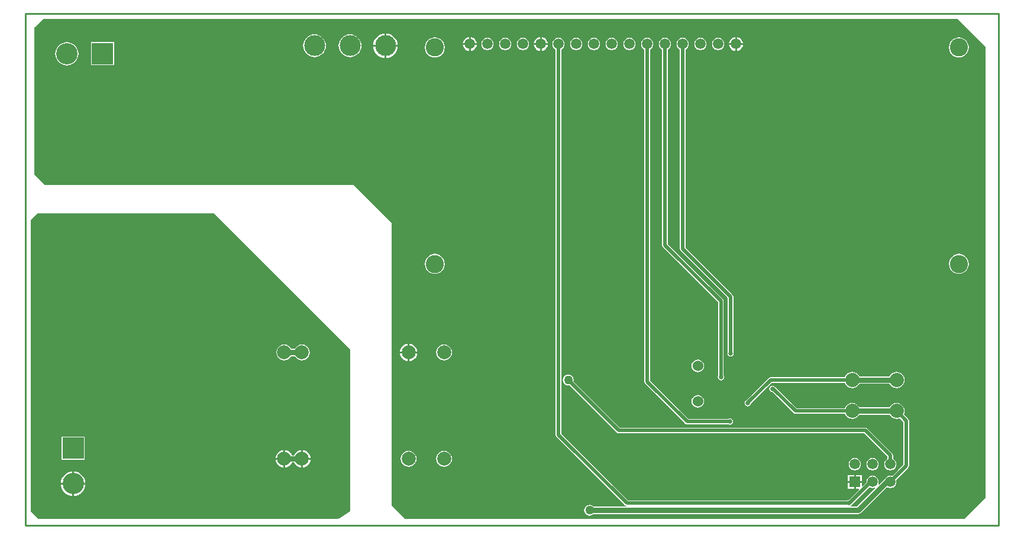
<source format=gbl>
%FSTAX23Y23*%
%MOIN*%
%SFA1B1*%

%IPPOS*%
%ADD25C,0.020000*%
%ADD26C,0.030000*%
%ADD27C,0.003937*%
%ADD28C,0.010000*%
%ADD29C,0.078740*%
%ADD30C,0.059055*%
%ADD31R,0.059055X0.059055*%
%ADD32C,0.060000*%
%ADD33C,0.080000*%
%ADD34C,0.118110*%
%ADD35R,0.120000X0.120000*%
%ADD36C,0.120000*%
%ADD37R,0.120000X0.120000*%
%ADD38C,0.102362*%
%ADD39C,0.025000*%
%ADD40C,0.050000*%
%LNdesafio_hardware_firmware_nathania-1*%
%LPD*%
G36*
X06765Y04965D02*
X0692Y0481D01*
Y02265*
X068Y02145*
X0365*
X03575Y0222*
Y03815*
X0336Y0403*
X0162*
X0156Y0409*
Y0492*
X01565*
X0161Y04965*
X06765*
G37*
G36*
X0334Y03104D02*
Y0219D01*
X0328Y0215*
X03265Y02145*
X01585*
X0154Y0219*
Y0383*
X01545Y03835*
X0158Y0387*
X02575*
X0334Y03104*
G37*
%LNdesafio_hardware_firmware_nathania-2*%
%LPC*%
G36*
X053Y02845D02*
X0529Y02844D01*
X05282Y0284*
X05275Y02834*
X05269Y02827*
X05265Y02819*
X05264Y0281*
X05265Y028*
X05269Y02792*
X05275Y02785*
X05282Y02779*
X0529Y02775*
X053Y02774*
X05309Y02775*
X05317Y02779*
X05324Y02785*
X0533Y02792*
X05334Y028*
X05335Y0281*
X05334Y02819*
X0533Y02827*
X05324Y02834*
X05317Y0284*
X05309Y02844*
X053Y02845*
G37*
G36*
X05115Y04859D02*
X05105Y04858D01*
X05097Y04855*
X0509Y04849*
X05084Y04842*
X05081Y04834*
X0508Y04825*
X05081Y04815*
X05084Y04807*
X0509Y048*
X05097Y04794*
X05099Y04793*
Y0369*
X051Y03684*
X05104Y03679*
X05414Y03368*
Y02953*
X05413Y02951*
X05412Y02945*
X05413Y02938*
X05417Y02932*
X05423Y02928*
X0543Y02927*
X05436Y02928*
X05442Y02932*
X05446Y02938*
X05447Y02945*
X05446Y02951*
X05445Y02953*
Y03375*
X05444Y0338*
X0544Y03385*
X0513Y03696*
Y04793*
X05132Y04794*
X05139Y048*
X05145Y04807*
X05148Y04815*
X05149Y04825*
X05148Y04834*
X05145Y04842*
X05139Y04849*
X05132Y04855*
X05124Y04858*
X05115Y04859*
G37*
G36*
X0642Y02975D02*
X06408Y02973D01*
X06397Y02969*
X06387Y02962*
X0638Y02952*
X06379Y0295*
X0621*
X06209Y02952*
X06202Y02962*
X06192Y02969*
X06181Y02973*
X0617Y02975*
X06158Y02973*
X06147Y02969*
X06137Y02962*
X0613Y02952*
X06127Y02945*
X0571*
X05704Y02944*
X05699Y0294*
X05571Y02813*
X05568Y02811*
X05564Y02805*
X05563Y02798*
X05564Y02791*
X05568Y02786*
X05574Y02782*
X05581Y0278*
X05588Y02782*
X05593Y02786*
X05597Y02791*
X05598Y02797*
X05716Y02914*
X06127*
X0613Y02907*
X06137Y02897*
X06147Y0289*
X06158Y02886*
X0617Y02884*
X06181Y02886*
X06192Y0289*
X06202Y02897*
X06209Y02907*
X0621Y02909*
X06379*
X0638Y02907*
X06387Y02897*
X06397Y0289*
X06408Y02886*
X0642Y02884*
X06431Y02886*
X06442Y0289*
X06452Y02897*
X06459Y02907*
X06463Y02918*
X06465Y0293*
X06463Y02941*
X06459Y02952*
X06452Y02962*
X06442Y02969*
X06431Y02973*
X0642Y02975*
G37*
G36*
X05015Y04859D02*
X05005Y04858D01*
X04997Y04855*
X0499Y04849*
X04984Y04842*
X04981Y04834*
X0498Y04825*
X04981Y04815*
X04984Y04807*
X0499Y048*
X04997Y04794*
X04999Y04793*
Y0292*
X05Y02914*
X05004Y02909*
X05229Y02684*
X05234Y0268*
X0524Y02679*
X05471*
X05473Y02678*
X0548Y02677*
X05486Y02678*
X05492Y02682*
X05496Y02688*
X05497Y02695*
X05496Y02701*
X05492Y02707*
X05486Y02711*
X0548Y02712*
X05473Y02711*
X05471Y0271*
X05246*
X0503Y02926*
Y04793*
X05032Y04794*
X05039Y048*
X05045Y04807*
X05048Y04815*
X05049Y04825*
X05048Y04834*
X05045Y04842*
X05039Y04849*
X05032Y04855*
X05024Y04858*
X05015Y04859*
G37*
G36*
X053Y03045D02*
X0529Y03044D01*
X05282Y0304*
X05275Y03034*
X05269Y03027*
X05265Y03019*
X05264Y0301*
X05265Y03*
X05269Y02992*
X05275Y02985*
X05282Y02979*
X0529Y02975*
X053Y02974*
X05309Y02975*
X05317Y02979*
X05324Y02985*
X0533Y02992*
X05334Y03*
X05335Y0301*
X05334Y03019*
X0533Y03027*
X05324Y03034*
X05317Y0304*
X05309Y03044*
X053Y03045*
G37*
G36*
X03665Y03134D02*
X03657Y03133D01*
X03645Y03128*
X03635Y0312*
X03627Y03109*
X03622Y03097*
X03621Y0309*
X03665*
Y03134*
G37*
G36*
X03675D02*
Y0309D01*
X03719*
X03718Y03097*
X03713Y03109*
X03705Y0312*
X03695Y03128*
X03683Y03133*
X03675Y03134*
G37*
G36*
X05215Y04859D02*
X05205Y04858D01*
X05197Y04855*
X0519Y04849*
X05184Y04842*
X05181Y04834*
X0518Y04825*
X05181Y04815*
X05184Y04807*
X0519Y048*
X05197Y04794*
X05199Y04793*
Y0367*
X052Y03664*
X05204Y03659*
X05469Y03393*
Y03088*
X05468Y03086*
X05467Y0308*
X05468Y03073*
X05472Y03067*
X05478Y03063*
X05485Y03062*
X05491Y03063*
X05497Y03067*
X05501Y03073*
X05502Y0308*
X05501Y03086*
X055Y03088*
Y034*
X05499Y03405*
X05495Y0341*
X0523Y03676*
Y04793*
X05232Y04794*
X05239Y048*
X05245Y04807*
X05248Y04815*
X05249Y04825*
X05248Y04834*
X05245Y04842*
X05239Y04849*
X05232Y04855*
X05224Y04858*
X05215Y04859*
G37*
G36*
X03719Y0308D02*
X03675D01*
Y03035*
X03683Y03036*
X03695Y03041*
X03705Y03049*
X03713Y0306*
X03718Y03072*
X03719Y0308*
G37*
G36*
X03665D02*
X03621D01*
X03622Y03072*
X03627Y0306*
X03635Y03049*
X03645Y03041*
X03657Y03036*
X03665Y03035*
Y0308*
G37*
G36*
X0387Y03129D02*
X03858Y03128D01*
X03848Y03123*
X03838Y03116*
X03831Y03107*
X03827Y03096*
X03825Y03085*
X03827Y03073*
X03831Y03062*
X03838Y03053*
X03848Y03046*
X03858Y03041*
X0387Y0304*
X03881Y03041*
X03892Y03046*
X03902Y03053*
X03909Y03062*
X03913Y03073*
X03915Y03085*
X03913Y03096*
X03909Y03107*
X03902Y03116*
X03892Y03123*
X03881Y03128*
X0387Y03129*
G37*
G36*
X0618Y02394D02*
X06145D01*
Y0236*
X0618*
Y02394*
G37*
G36*
X04515Y04859D02*
X04505Y04858D01*
X04497Y04855*
X0449Y04849*
X04484Y04842*
X04481Y04834*
X0448Y04825*
X04481Y04815*
X04484Y04807*
X0449Y048*
X04497Y04794*
X04499Y04793*
Y0262*
X045Y02614*
X04504Y02609*
X04889Y02224*
X04894Y0222*
X04896Y0222*
X04896Y02215*
X04712*
X04711Y02216*
X04705Y02221*
X04697Y02224*
X0469Y02225*
X04682Y02224*
X04674Y02221*
X04668Y02216*
X04663Y0221*
X0466Y02202*
X04659Y02195*
X0466Y02187*
X04663Y02179*
X04668Y02173*
X04674Y02168*
X04682Y02165*
X0469Y02164*
X04697Y02165*
X04705Y02168*
X04711Y02173*
X04712Y02174*
X06205*
X06212Y02176*
X06219Y0218*
X06365Y02326*
X06367Y02324*
X06375Y02321*
X06385Y0232*
X06394Y02321*
X06402Y02324*
X06409Y0233*
X06415Y02337*
X06418Y02345*
X06419Y02355*
X06418Y02364*
X06417Y02366*
X06485Y02434*
X06489Y02439*
X0649Y02445*
Y027*
X06489Y02705*
X06485Y0271*
X0646Y02735*
X06463Y02743*
X06465Y02755*
X06463Y02766*
X06459Y02777*
X06452Y02787*
X06442Y02794*
X06431Y02798*
X0642Y028*
X06408Y02798*
X06397Y02794*
X06387Y02787*
X0638Y02777*
X06379Y02775*
X0621*
X06209Y02777*
X06202Y02787*
X06192Y02794*
X06181Y02798*
X0617Y028*
X06158Y02798*
X06147Y02794*
X06137Y02787*
X0613Y02777*
X06127Y0277*
X05856*
X05735Y0289*
X0573Y02894*
X0573Y02894*
X05726Y02896*
X0572Y02897*
X05713Y02896*
X05707Y02892*
X05703Y02886*
X05702Y0288*
X05703Y02873*
X05707Y02867*
X05713Y02863*
X0572Y02862*
X05721Y02862*
X05839Y02744*
X05844Y0274*
X0585Y02739*
X06127*
X0613Y02732*
X06137Y02722*
X06147Y02715*
X06158Y02711*
X0617Y02709*
X06181Y02711*
X06192Y02715*
X06202Y02722*
X06209Y02732*
X0621Y02734*
X06379*
X0638Y02732*
X06387Y02722*
X06397Y02715*
X06408Y02711*
X0642Y02709*
X06431Y02711*
X06439Y02714*
X06459Y02693*
Y02451*
X06396Y02387*
X06394Y02388*
X06385Y02389*
X06375Y02388*
X06367Y02385*
X0636Y02379*
X06354Y02372*
X06354Y02372*
X0635Y02369*
X06321Y0234*
X06317Y02343*
X06318Y02345*
X06319Y02355*
X06318Y02364*
X06315Y02372*
X06309Y02379*
X06302Y02385*
X06294Y02388*
X06285Y02389*
X06275Y02388*
X06267Y02385*
X0626Y02379*
X06254Y02372*
X06251Y02364*
X0625Y02355*
X0625Y02352*
X06229Y0233*
X06224Y02332*
Y0235*
X0619*
Y02315*
X06207*
X06209Y0231*
X06151Y02252*
X0615Y02252*
X06143Y02251*
X06141Y0225*
X04906*
X0453Y02626*
Y04793*
X04532Y04794*
X04539Y048*
X04545Y04807*
X04548Y04815*
X04549Y04825*
X04548Y04834*
X04545Y04842*
X04539Y04849*
X04532Y04855*
X04524Y04858*
X04515Y04859*
G37*
G36*
X0618Y0235D02*
X06145D01*
Y02315*
X0618*
Y0235*
G37*
G36*
X06224Y02394D02*
X0619D01*
Y0236*
X06224*
Y02394*
G37*
G36*
X0367Y02529D02*
X03658Y02528D01*
X03648Y02523*
X03638Y02516*
X03631Y02507*
X03627Y02496*
X03625Y02485*
X03627Y02473*
X03631Y02462*
X03638Y02453*
X03648Y02446*
X03658Y02441*
X0367Y0244*
X03681Y02441*
X03692Y02446*
X03702Y02453*
X03709Y02462*
X03713Y02473*
X03715Y02485*
X03713Y02496*
X03709Y02507*
X03702Y02516*
X03692Y02523*
X03681Y02528*
X0367Y02529*
G37*
G36*
X0387D02*
X03858Y02528D01*
X03848Y02523*
X03838Y02516*
X03831Y02507*
X03827Y02496*
X03825Y02485*
X03827Y02473*
X03831Y02462*
X03838Y02453*
X03848Y02446*
X03858Y02441*
X0387Y0244*
X03881Y02441*
X03892Y02446*
X03902Y02453*
X03909Y02462*
X03913Y02473*
X03915Y02485*
X03913Y02496*
X03909Y02507*
X03902Y02516*
X03892Y02523*
X03881Y02528*
X0387Y02529*
G37*
G36*
X06185Y02489D02*
X06175Y02488D01*
X06167Y02485*
X0616Y02479*
X06154Y02472*
X06151Y02464*
X0615Y02455*
X06151Y02445*
X06154Y02437*
X0616Y0243*
X06167Y02424*
X06175Y02421*
X06185Y0242*
X06194Y02421*
X06202Y02424*
X06209Y0243*
X06215Y02437*
X06218Y02445*
X06219Y02455*
X06218Y02464*
X06215Y02472*
X06209Y02479*
X06202Y02485*
X06194Y02488*
X06185Y02489*
G37*
G36*
X06285D02*
X06275Y02488D01*
X06267Y02485*
X0626Y02479*
X06254Y02472*
X06251Y02464*
X0625Y02455*
X06251Y02445*
X06254Y02437*
X0626Y0243*
X06267Y02424*
X06275Y02421*
X06285Y0242*
X06294Y02421*
X06302Y02424*
X06309Y0243*
X06315Y02437*
X06318Y02445*
X06319Y02455*
X06318Y02464*
X06315Y02472*
X06309Y02479*
X06302Y02485*
X06294Y02488*
X06285Y02489*
G37*
G36*
X0457Y0296D02*
X04562Y02959D01*
X04554Y02956*
X04548Y02951*
X04543Y02945*
X0454Y02937*
X04539Y0293*
X0454Y02922*
X04543Y02914*
X04548Y02908*
X04554Y02903*
X04562Y029*
X0457Y02899*
X04577Y029*
X04844Y02634*
X04849Y0263*
X04855Y02629*
X06238*
X06369Y02498*
Y02486*
X06367Y02485*
X0636Y02479*
X06354Y02472*
X06351Y02464*
X0635Y02455*
X06351Y02445*
X06354Y02437*
X0636Y0243*
X06367Y02424*
X06375Y02421*
X06385Y0242*
X06394Y02421*
X06402Y02424*
X06409Y0243*
X06415Y02437*
X06418Y02445*
X06419Y02455*
X06418Y02464*
X06415Y02472*
X06409Y02479*
X06402Y02485*
X064Y02486*
Y02505*
X06399Y0251*
X06395Y02515*
X06255Y02655*
X0625Y02659*
X06245Y0266*
X04861*
X04599Y02922*
X046Y0293*
X04599Y02937*
X04596Y02945*
X04591Y02951*
X04585Y02956*
X04577Y02959*
X0457Y0296*
G37*
G36*
X04915Y04859D02*
X04905Y04858D01*
X04897Y04855*
X0489Y04849*
X04884Y04842*
X04881Y04834*
X0488Y04825*
X04881Y04815*
X04884Y04807*
X0489Y048*
X04897Y04794*
X04905Y04791*
X04915Y0479*
X04924Y04791*
X04932Y04794*
X04939Y048*
X04945Y04807*
X04948Y04815*
X04949Y04825*
X04948Y04834*
X04945Y04842*
X04939Y04849*
X04932Y04855*
X04924Y04858*
X04915Y04859*
G37*
G36*
X04815D02*
X04805Y04858D01*
X04797Y04855*
X0479Y04849*
X04784Y04842*
X04781Y04834*
X0478Y04825*
X04781Y04815*
X04784Y04807*
X0479Y048*
X04797Y04794*
X04805Y04791*
X04815Y0479*
X04824Y04791*
X04832Y04794*
X04839Y048*
X04845Y04807*
X04848Y04815*
X04849Y04825*
X04848Y04834*
X04845Y04842*
X04839Y04849*
X04832Y04855*
X04824Y04858*
X04815Y04859*
G37*
G36*
X05415D02*
X05405Y04858D01*
X05397Y04855*
X0539Y04849*
X05384Y04842*
X05381Y04834*
X0538Y04825*
X05381Y04815*
X05384Y04807*
X0539Y048*
X05397Y04794*
X05405Y04791*
X05415Y0479*
X05424Y04791*
X05432Y04794*
X05439Y048*
X05445Y04807*
X05448Y04815*
X05449Y04825*
X05448Y04834*
X05445Y04842*
X05439Y04849*
X05432Y04855*
X05424Y04858*
X05415Y04859*
G37*
G36*
X05315D02*
X05305Y04858D01*
X05297Y04855*
X0529Y04849*
X05284Y04842*
X05281Y04834*
X0528Y04825*
X05281Y04815*
X05284Y04807*
X0529Y048*
X05297Y04794*
X05305Y04791*
X05315Y0479*
X05324Y04791*
X05332Y04794*
X05339Y048*
X05345Y04807*
X05348Y04815*
X05349Y04825*
X05348Y04834*
X05345Y04842*
X05339Y04849*
X05332Y04855*
X05324Y04858*
X05315Y04859*
G37*
G36*
X04315D02*
X04305Y04858D01*
X04297Y04855*
X0429Y04849*
X04284Y04842*
X04281Y04834*
X0428Y04825*
X04281Y04815*
X04284Y04807*
X0429Y048*
X04297Y04794*
X04305Y04791*
X04315Y0479*
X04324Y04791*
X04332Y04794*
X04339Y048*
X04345Y04807*
X04348Y04815*
X04349Y04825*
X04348Y04834*
X04345Y04842*
X04339Y04849*
X04332Y04855*
X04324Y04858*
X04315Y04859*
G37*
G36*
X04215D02*
X04205Y04858D01*
X04197Y04855*
X0419Y04849*
X04184Y04842*
X04181Y04834*
X0418Y04825*
X04181Y04815*
X04184Y04807*
X0419Y048*
X04197Y04794*
X04205Y04791*
X04215Y0479*
X04224Y04791*
X04232Y04794*
X04239Y048*
X04245Y04807*
X04248Y04815*
X04249Y04825*
X04248Y04834*
X04245Y04842*
X04239Y04849*
X04232Y04855*
X04224Y04858*
X04215Y04859*
G37*
G36*
X04715D02*
X04705Y04858D01*
X04697Y04855*
X0469Y04849*
X04684Y04842*
X04681Y04834*
X0468Y04825*
X04681Y04815*
X04684Y04807*
X0469Y048*
X04697Y04794*
X04705Y04791*
X04715Y0479*
X04724Y04791*
X04732Y04794*
X04739Y048*
X04745Y04807*
X04748Y04815*
X04749Y04825*
X04748Y04834*
X04745Y04842*
X04739Y04849*
X04732Y04855*
X04724Y04858*
X04715Y04859*
G37*
G36*
X04615D02*
X04605Y04858D01*
X04597Y04855*
X0459Y04849*
X04584Y04842*
X04581Y04834*
X0458Y04825*
X04581Y04815*
X04584Y04807*
X0459Y048*
X04597Y04794*
X04605Y04791*
X04615Y0479*
X04624Y04791*
X04632Y04794*
X04639Y048*
X04645Y04807*
X04648Y04815*
X04649Y04825*
X04648Y04834*
X04645Y04842*
X04639Y04849*
X04632Y04855*
X04624Y04858*
X04615Y04859*
G37*
G36*
X0442Y04864D02*
Y0483D01*
X04454*
X04453Y04835*
X04449Y04844*
X04443Y04853*
X04434Y04859*
X04425Y04863*
X0442Y04864*
G37*
G36*
X0441D02*
X04404Y04863D01*
X04395Y04859*
X04386Y04853*
X0438Y04844*
X04376Y04835*
X04375Y0483*
X0441*
Y04864*
G37*
G36*
X0552D02*
Y0483D01*
X05554*
X05553Y04835*
X05549Y04844*
X05543Y04853*
X05534Y04859*
X05525Y04863*
X0552Y04864*
G37*
G36*
X0551D02*
X05504Y04863D01*
X05495Y04859*
X05486Y04853*
X0548Y04844*
X05476Y04835*
X05475Y0483*
X0551*
Y04864*
G37*
G36*
X03545Y04883D02*
Y0482D01*
X03608*
X03608Y04828*
X03604Y04841*
X03597Y04853*
X03589Y04864*
X03578Y04872*
X03566Y04879*
X03553Y04883*
X03545Y04883*
G37*
G36*
X03535D02*
X03526Y04883D01*
X03513Y04879*
X03501Y04872*
X0349Y04864*
X03482Y04853*
X03475Y04841*
X03471Y04828*
X03471Y0482*
X03535*
Y04883*
G37*
G36*
X0402Y04864D02*
Y0483D01*
X04054*
X04053Y04835*
X04049Y04844*
X04043Y04853*
X04034Y04859*
X04025Y04863*
X0402Y04864*
G37*
G36*
X0401D02*
X04004Y04863D01*
X03995Y04859*
X03986Y04853*
X0398Y04844*
X03976Y04835*
X03975Y0483*
X0401*
Y04864*
G37*
G36*
X04115Y04859D02*
X04105Y04858D01*
X04097Y04855*
X0409Y04849*
X04084Y04842*
X04081Y04834*
X0408Y04825*
X04081Y04815*
X04084Y04807*
X0409Y048*
X04097Y04794*
X04105Y04791*
X04115Y0479*
X04124Y04791*
X04132Y04794*
X04139Y048*
X04145Y04807*
X04148Y04815*
X04149Y04825*
X04148Y04834*
X04145Y04842*
X04139Y04849*
X04132Y04855*
X04124Y04858*
X04115Y04859*
G37*
G36*
X03608Y0481D02*
X03545D01*
Y04746*
X03553Y04746*
X03566Y0475*
X03578Y04757*
X03589Y04765*
X03597Y04776*
X03604Y04788*
X03608Y04801*
X03608Y0481*
G37*
G36*
X03535D02*
X03471D01*
X03471Y04801*
X03475Y04788*
X03482Y04776*
X0349Y04765*
X03501Y04757*
X03513Y0475*
X03526Y04746*
X03535Y04746*
Y0481*
G37*
G36*
X0677Y04861D02*
X06756Y0486D01*
X06742Y04854*
X0673Y04845*
X06721Y04833*
X06716Y04819*
X06714Y04805*
X06716Y0479*
X06721Y04776*
X0673Y04765*
X06742Y04756*
X06756Y0475*
X0677Y04748*
X06785Y0475*
X06799Y04756*
X0681Y04765*
X06819Y04776*
X06825Y0479*
X06827Y04805*
X06825Y04819*
X06819Y04833*
X0681Y04845*
X06799Y04854*
X06785Y0486*
X0677Y04861*
G37*
G36*
X03818D02*
X03803Y0486D01*
X03789Y04854*
X03778Y04845*
X03769Y04833*
X03763Y04819*
X03761Y04805*
X03763Y0479*
X03769Y04776*
X03778Y04765*
X03789Y04756*
X03803Y0475*
X03818Y04748*
X03832Y0475*
X03846Y04756*
X03858Y04765*
X03867Y04776*
X03872Y0479*
X03874Y04805*
X03872Y04819*
X03867Y04833*
X03858Y04845*
X03846Y04854*
X03832Y0486*
X03818Y04861*
G37*
G36*
X0677Y03641D02*
X06756Y03639D01*
X06742Y03633*
X0673Y03624*
X06721Y03613*
X06716Y03599*
X06714Y03584*
X06716Y0357*
X06721Y03556*
X0673Y03544*
X06742Y03535*
X06756Y0353*
X0677Y03528*
X06785Y0353*
X06799Y03535*
X0681Y03544*
X06819Y03556*
X06825Y0357*
X06827Y03584*
X06825Y03599*
X06819Y03613*
X0681Y03624*
X06799Y03633*
X06785Y03639*
X0677Y03641*
G37*
G36*
X03818D02*
X03803Y03639D01*
X03789Y03633*
X03778Y03624*
X03769Y03613*
X03763Y03599*
X03761Y03584*
X03763Y0357*
X03769Y03556*
X03778Y03544*
X03789Y03535*
X03803Y0353*
X03818Y03528*
X03832Y0353*
X03846Y03535*
X03858Y03544*
X03867Y03556*
X03872Y0357*
X03874Y03584*
X03872Y03599*
X03867Y03613*
X03858Y03624*
X03846Y03633*
X03832Y03639*
X03818Y03641*
G37*
G36*
X0201Y04835D02*
X0188D01*
Y04705*
X0201*
Y04835*
G37*
G36*
X01745Y04835D02*
X01732Y04834D01*
X0172Y0483*
X01708Y04824*
X01698Y04816*
X0169Y04806*
X01684Y04794*
X0168Y04782*
X01679Y0477*
X0168Y04757*
X01684Y04745*
X0169Y04733*
X01698Y04723*
X01708Y04715*
X0172Y04709*
X01732Y04705*
X01745Y04704*
X01757Y04705*
X01769Y04709*
X01781Y04715*
X01791Y04723*
X01799Y04733*
X01805Y04745*
X01809Y04757*
X0181Y0477*
X01809Y04782*
X01805Y04794*
X01799Y04806*
X01791Y04816*
X01781Y04824*
X01769Y0483*
X01757Y04834*
X01745Y04835*
G37*
G36*
X04454Y0482D02*
X0442D01*
Y04785*
X04425Y04786*
X04434Y0479*
X04443Y04796*
X04449Y04805*
X04453Y04814*
X04454Y0482*
G37*
G36*
X0441D02*
X04375D01*
X04376Y04814*
X0438Y04805*
X04386Y04796*
X04395Y0479*
X04404Y04786*
X0441Y04785*
Y0482*
G37*
G36*
X05554D02*
X0552D01*
Y04785*
X05525Y04786*
X05534Y0479*
X05543Y04796*
X05549Y04805*
X05553Y04814*
X05554Y0482*
G37*
G36*
X0551D02*
X05475D01*
X05476Y04814*
X0548Y04805*
X05486Y04796*
X05495Y0479*
X05504Y04786*
X0551Y04785*
Y0482*
G37*
G36*
X0314Y04879D02*
X03127Y04878D01*
X03115Y04874*
X03104Y04868*
X03094Y0486*
X03086Y0485*
X0308Y04839*
X03076Y04827*
X03075Y04815*
X03076Y04802*
X0308Y0479*
X03086Y04779*
X03094Y04769*
X03104Y04761*
X03115Y04755*
X03127Y04751*
X0314Y0475*
X03152Y04751*
X03164Y04755*
X03175Y04761*
X03185Y04769*
X03193Y04779*
X03199Y0479*
X03203Y04802*
X03204Y04815*
X03203Y04827*
X03199Y04839*
X03193Y0485*
X03185Y0486*
X03175Y04868*
X03164Y04874*
X03152Y04878*
X0314Y04879*
G37*
G36*
X0334D02*
X03327Y04878D01*
X03315Y04874*
X03304Y04868*
X03294Y0486*
X03286Y0485*
X0328Y04839*
X03276Y04827*
X03275Y04815*
X03276Y04802*
X0328Y0479*
X03286Y04779*
X03294Y04769*
X03304Y04761*
X03315Y04755*
X03327Y04751*
X0334Y0475*
X03352Y04751*
X03364Y04755*
X03375Y04761*
X03385Y04769*
X03393Y04779*
X03399Y0479*
X03403Y04802*
X03404Y04815*
X03403Y04827*
X03399Y04839*
X03393Y0485*
X03385Y0486*
X03375Y04868*
X03364Y04874*
X03352Y04878*
X0334Y04879*
G37*
G36*
X04054Y0482D02*
X0402D01*
Y04785*
X04025Y04786*
X04034Y0479*
X04043Y04796*
X04049Y04805*
X04053Y04814*
X04054Y0482*
G37*
G36*
X0401D02*
X03975D01*
X03976Y04814*
X0398Y04805*
X03986Y04796*
X03995Y0479*
X04004Y04786*
X0401Y04785*
Y0482*
G37*
G36*
X02964Y02534D02*
X02956Y02533D01*
X02944Y02528*
X02934Y0252*
X02926Y02509*
X02921Y02497*
X0292Y0249*
X02964*
Y02534*
G37*
G36*
X03074D02*
Y0249D01*
X03118*
X03117Y02497*
X03112Y02509*
X03104Y0252*
X03094Y02528*
X03082Y02533*
X03074Y02534*
G37*
G36*
X03064D02*
X03056Y02533D01*
X03044Y02528*
X03034Y0252*
X03026Y02509*
X03022Y02499*
X03016*
X03012Y02509*
X03004Y0252*
X02994Y02528*
X02982Y02533*
X02974Y02534*
Y02485*
Y02435*
X02982Y02436*
X02994Y02441*
X03004Y02449*
X03012Y0246*
X03016Y0247*
X03022*
X03026Y0246*
X03034Y02449*
X03044Y02441*
X03056Y02436*
X03064Y02435*
Y02485*
Y02534*
G37*
G36*
X03069Y03129D02*
X03058Y03128D01*
X03047Y03123*
X03037Y03116*
X0303Y03107*
X0303Y03105*
X03009*
X03008Y03107*
X03001Y03116*
X02991Y03123*
X02981Y03128*
X02969Y03129*
X02958Y03128*
X02947Y03123*
X02937Y03116*
X0293Y03107*
X02926Y03096*
X02924Y03085*
X02926Y03073*
X0293Y03062*
X02937Y03053*
X02947Y03046*
X02958Y03041*
X02969Y0304*
X02981Y03041*
X02991Y03046*
X03001Y03053*
X03008Y03062*
X03009Y03064*
X0303*
X0303Y03062*
X03037Y03053*
X03047Y03046*
X03058Y03041*
X03069Y0304*
X03081Y03041*
X03091Y03046*
X03101Y03053*
X03108Y03062*
X03112Y03073*
X03114Y03085*
X03112Y03096*
X03108Y03107*
X03101Y03116*
X03091Y03123*
X03081Y03128*
X03069Y03129*
G37*
G36*
X01845Y0261D02*
X01715D01*
Y0248*
X01845*
Y0261*
G37*
G36*
X01775Y02414D02*
X01766Y02413D01*
X01753Y02409*
X0174Y02403*
X0173Y02394*
X01721Y02384*
X01715Y02371*
X01711Y02358*
X0171Y0235*
X01775*
Y02414*
G37*
G36*
X01785D02*
Y0235D01*
X01849*
X01848Y02358*
X01844Y02371*
X01838Y02384*
X01829Y02394*
X01819Y02403*
X01806Y02409*
X01793Y02413*
X01785Y02414*
G37*
G36*
X01775Y0234D02*
X0171D01*
X01711Y02331*
X01715Y02318*
X01721Y02305*
X0173Y02295*
X0174Y02286*
X01753Y0228*
X01766Y02276*
X01775Y02275*
Y0234*
G37*
G36*
X01849D02*
X01785D01*
Y02275*
X01793Y02276*
X01806Y0228*
X01819Y02286*
X01829Y02295*
X01838Y02305*
X01844Y02318*
X01848Y02331*
X01849Y0234*
G37*
G36*
X03118Y0248D02*
X03074D01*
Y02435*
X03082Y02436*
X03094Y02441*
X03104Y02449*
X03112Y0246*
X03117Y02472*
X03118Y0248*
G37*
G36*
X02964D02*
X0292D01*
X02921Y02472*
X02926Y0246*
X02934Y02449*
X02944Y02441*
X02956Y02436*
X02964Y02435*
Y0248*
G37*
%LNdesafio_hardware_firmware_nathania-3*%
%LPD*%
G36*
X06267Y02324D02*
X06275Y02321D01*
X06285Y0232*
X06294Y02321*
X06296Y02322*
X06299Y02318*
X06196Y02215*
X06161*
X06161Y02215*
X0616Y0222*
X06165Y02224*
X06266Y02325*
X06267Y02324*
G37*
G54D25*
X05115Y0369D02*
X0543Y03375D01*
X05115Y0369D02*
Y04825D01*
X05215Y0367D02*
Y04825D01*
Y0367D02*
X05485Y034D01*
X0572Y0288D02*
X05725D01*
X0585Y02755*
X0617*
X049Y02235D02*
X0615D01*
X04515Y0262D02*
X049Y02235D01*
X0615D02*
X06155D01*
X06275Y02355*
X05485Y0308D02*
Y034D01*
X06385Y02355D02*
X06475Y02445D01*
Y027*
X0642Y02755D02*
X06475Y027D01*
X0571Y0293D02*
X0617D01*
X05581Y02798D02*
Y02801D01*
X0571Y0293*
X06275Y02355D02*
X06285D01*
X0524Y02695D02*
X0548D01*
X05015Y0292D02*
X0524Y02695D01*
X05015Y0292D02*
Y04825D01*
X04515Y0262D02*
Y04825D01*
X06385Y02455D02*
Y02505D01*
X06245Y02645D02*
X06385Y02505D01*
X04855Y02645D02*
X06245D01*
X0457Y0293D02*
X04855Y02645D01*
X0543Y02945D02*
Y03375D01*
G54D26*
X02969Y03085D02*
X03069D01*
X06365Y02355D02*
X06385D01*
X06205Y02195D02*
X06365Y02355D01*
X02969Y02485D02*
X03069D01*
X0469Y02195D02*
X06205D01*
X0617Y02755D02*
X0642D01*
X0617Y0293D02*
X0642D01*
G54D27*
X04342Y02806D02*
X04357D01*
X0435Y02798D02*
Y02813D01*
X02332Y04513D02*
X02747D01*
X02332Y04868D02*
X02747D01*
X02332Y04513D02*
Y04868D01*
X02747Y04513D02*
Y04868D01*
X02321Y04295D02*
X02758D01*
X02321Y04944D02*
X02758D01*
X02321Y04295D02*
Y04944D01*
X02758Y04295D02*
Y04944D01*
X0254Y046D02*
Y04639D01*
X0252Y0462D02*
X02559D01*
G54D28*
X0151Y04995D02*
X06995D01*
Y0211D02*
Y04995D01*
X0151Y0211D02*
X06995D01*
X0151D02*
Y04995D01*
G54D29*
X02969Y02485D03*
X03069D03*
X0367D03*
X0387D03*
Y03085D03*
X0367D03*
X03069D03*
X02969D03*
G54D30*
X06385Y02455D03*
Y02355D03*
X06285Y02455D03*
Y02355D03*
X06185Y02455D03*
X04015Y04825D03*
X04115D03*
X04215D03*
X04315D03*
X04415D03*
X04515D03*
X04615D03*
X04715D03*
X04815D03*
X04915D03*
X05015D03*
X05115D03*
X05215D03*
X05315D03*
X05415D03*
X05515D03*
G54D31*
X06185Y02355D03*
G54D32*
X053Y0281D03*
Y0301D03*
G54D33*
X0642Y02755D03*
X0617D03*
X0642Y0293D03*
X0617D03*
G54D34*
X0334Y04815D03*
X0354D03*
X0314D03*
G54D35*
X01945Y0477D03*
G54D36*
X01745Y0477D03*
X0178Y02345D03*
G54D37*
X0178Y02545D03*
G54D38*
X03818Y04805D03*
Y03584D03*
X0677D03*
Y04805D03*
G54D39*
X0572Y0288D03*
X0615Y02235D03*
X05485Y0308D03*
X05581Y02798D03*
X0548Y02695D03*
X0543Y02945D03*
G54D40*
X0469Y02195D03*
X0457Y0293D03*
M02*
</source>
